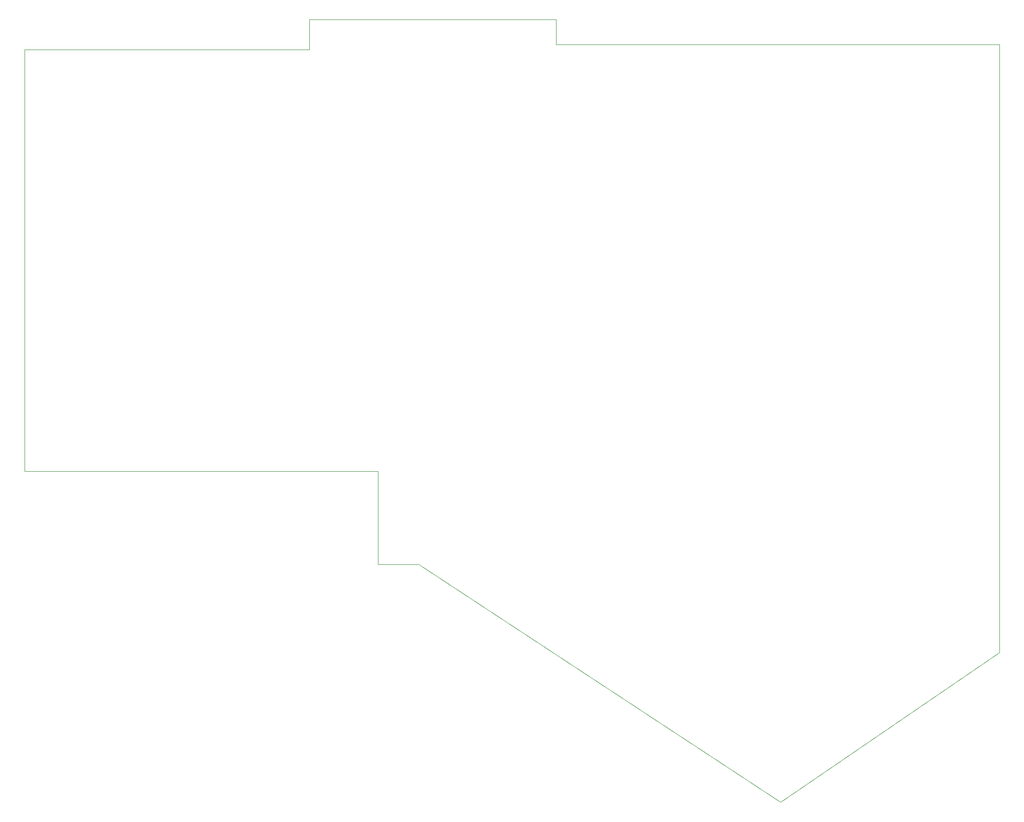
<source format=gbr>
%TF.GenerationSoftware,KiCad,Pcbnew,8.0.5*%
%TF.CreationDate,2024-10-02T17:20:21+02:00*%
%TF.ProjectId,vaucasy-pcb,76617563-6173-4792-9d70-63622e6b6963,rev?*%
%TF.SameCoordinates,Original*%
%TF.FileFunction,Profile,NP*%
%FSLAX46Y46*%
G04 Gerber Fmt 4.6, Leading zero omitted, Abs format (unit mm)*
G04 Created by KiCad (PCBNEW 8.0.5) date 2024-10-02 17:20:21*
%MOMM*%
%LPD*%
G01*
G04 APERTURE LIST*
%TA.AperFunction,Profile*%
%ADD10C,0.050000*%
%TD*%
G04 APERTURE END LIST*
D10*
X24000000Y-109850000D02*
X88500000Y-109850000D01*
X96000000Y-126850000D02*
X162000000Y-170350000D01*
X121000000Y-31850000D02*
X121000000Y-27350000D01*
X76000000Y-27350000D02*
X76000000Y-32850000D01*
X88500000Y-109850000D02*
X88500000Y-126850000D01*
X162000000Y-170350000D02*
X202000000Y-143000000D01*
X202000000Y-31850000D02*
X121000000Y-31850000D01*
X88500000Y-126850000D02*
X96000000Y-126850000D01*
X202000000Y-143000000D02*
X202000000Y-31850000D01*
X24000000Y-32850000D02*
X24000000Y-109850000D01*
X121000000Y-27350000D02*
X76000000Y-27350000D01*
X76000000Y-32850000D02*
X24000000Y-32850000D01*
M02*

</source>
